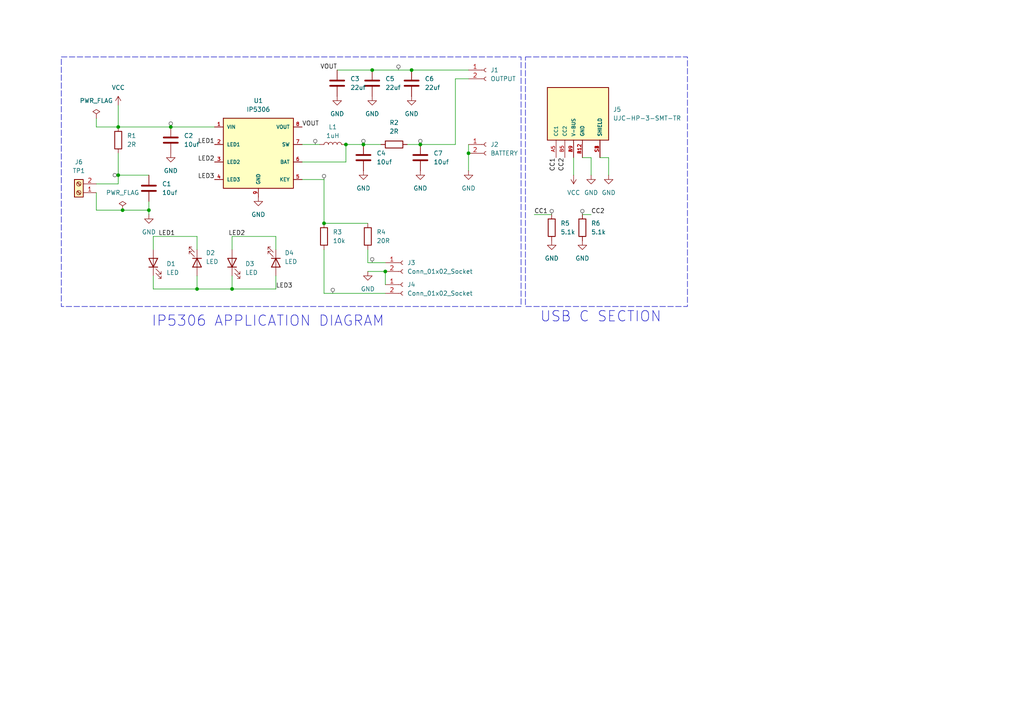
<source format=kicad_sch>
(kicad_sch (version 20231120) (generator "eeschema") (generator_version "8.0")
  (paper "A4")
  (lib_symbols
    (symbol "Connector:Conn_01x02_Socket" (pin_names (offset 1.016) hide)
      (property "Reference" "J" (at 0 2.54 0))
      (property "Value" "Conn_01x02_Socket" (at 0 -5.08 0))
      (symbol "Conn_01x02_Socket_1_1"
        (arc (start 0 -2.032) (mid -0.5058 -2.54) (end 0 -3.048) (stroke (width 0.1524)))
        (polyline (pts (xy -1.27 -2.54) (xy -0.508 -2.54)) (stroke (width 0.1524)))
        (polyline (pts (xy -1.27 0) (xy -0.508 0)) (stroke (width 0.1524)))
        (arc (start 0 0.508) (mid -0.5058 0) (end 0 -0.508) (stroke (width 0.1524)))
        (pin passive line (at -5.08 0 0) (length 3.81) (name "Pin_1") (number "1"))
        (pin passive line (at -5.08 -2.54 0) (length 3.81) (name "Pin_2") (number "2"))
      )
    )
    (symbol "Connector:Screw_Terminal_01x02" (pin_names (offset 1.016) hide)
      (property "Reference" "J" (at 0 2.54 0))
      (property "Value" "Screw_Terminal_01x02" (at 0 -5.08 0))
      (symbol "Screw_Terminal_01x02_1_1"
        (rectangle (start -1.27 1.27) (end 1.27 -3.81) (stroke (width 0.254)) (fill (type background)))
        (circle (center 0 -2.54) (radius 0.635) (stroke (width 0.1524)))
        (polyline (pts (xy -0.5334 -2.2098) (xy 0.3302 -3.048)) (stroke (width 0.1524)))
        (polyline (pts (xy -0.5334 0.3302) (xy 0.3302 -0.508)) (stroke (width 0.1524)))
        (polyline (pts (xy -0.3556 -2.032) (xy 0.508 -2.8702)) (stroke (width 0.1524)))
        (polyline (pts (xy -0.3556 0.508) (xy 0.508 -0.3302)) (stroke (width 0.1524)))
        (circle (center 0 0) (radius 0.635) (stroke (width 0.1524)))
        (pin passive line (at -5.08 0 0) (length 3.81) (name "Pin_1") (number "1"))
        (pin passive line (at -5.08 -2.54 0) (length 3.81) (name "Pin_2") (number "2"))
      )
    )
    (symbol "Device:C" (pin_numbers hide) (pin_names (offset 0.254))
      (property "Reference" "C" (at 0.635 2.54 0))
      (property "Value" "C" (at 0.635 -2.54 0))
      (symbol "C_0_1"
        (polyline (pts (xy -2.032 -0.762) (xy 2.032 -0.762)) (stroke (width 0.508)))
        (polyline (pts (xy -2.032 0.762) (xy 2.032 0.762)) (stroke (width 0.508)))
      )
      (symbol "C_1_1"
        (pin passive line (at 0 3.81 270) (length 2.794) (name "~") (number "1"))
        (pin passive line (at 0 -3.81 90) (length 2.794) (name "~") (number "2"))
      )
    )
    (symbol "Device:L" (pin_numbers hide) (pin_names (offset 1.016) hide)
      (property "Reference" "L" (at -1.27 0 90))
      (property "Value" "L" (at 1.905 0 90))
      (symbol "L_0_1"
        (arc (start 0 -2.54) (mid 0.6323 -1.905) (end 0 -1.27))
        (arc (start 0 -1.27) (mid 0.6323 -0.635) (end 0 0))
        (arc (start 0 0) (mid 0.6323 0.635) (end 0 1.27))
        (arc (start 0 1.27) (mid 0.6323 1.905) (end 0 2.54))
      )
      (symbol "L_1_1"
        (pin passive line (at 0 3.81 270) (length 1.27) (name "1") (number "1"))
        (pin passive line (at 0 -3.81 90) (length 1.27) (name "2") (number "2"))
      )
    )
    (symbol "Device:LED" (pin_numbers hide) (pin_names (offset 1.016) hide)
      (property "Reference" "D" (at 0 2.54 0))
      (property "Value" "LED" (at 0 -2.54 0))
      (symbol "LED_0_1"
        (polyline (pts (xy -1.27 -1.27) (xy -1.27 1.27)) (stroke (width 0.254)))
        (polyline (pts (xy -1.27 0) (xy 1.27 0)))
        (polyline (pts (xy 1.27 -1.27) (xy 1.27 1.27) (xy -1.27 0) (xy 1.27 -1.27)) (stroke (width 0.254)))
        (polyline (pts (xy -3.048 -0.762) (xy -4.572 -2.286) (xy -3.81 -2.286) (xy -4.572 -2.286) (xy -4.572 -1.524)))
        (polyline (pts (xy -1.778 -0.762) (xy -3.302 -2.286) (xy -2.54 -2.286) (xy -3.302 -2.286) (xy -3.302 -1.524)))
      )
      (symbol "LED_1_1"
        (pin passive line (at -3.81 0 0) (length 2.54) (name "K") (number "1"))
        (pin passive line (at 3.81 0 180) (length 2.54) (name "A") (number "2"))
      )
    )
    (symbol "Device:R" (pin_numbers hide) (pin_names (offset 0))
      (property "Reference" "R" (at 2.032 0 90))
      (property "Value" "R" (at 0 0 90))
      (symbol "R_0_1"
        (rectangle (start -1.016 -2.54) (end 1.016 2.54) (stroke (width 0.254)))
      )
      (symbol "R_1_1"
        (pin passive line (at 0 3.81 270) (length 1.27) (name "~") (number "1"))
        (pin passive line (at 0 -3.81 90) (length 1.27) (name "~") (number "2"))
      )
    )
    (symbol "New_Library_0:IP5306" (pin_names (offset 1.016))
      (property "Reference" "U1" (at 0 15.24 0))
      (property "Value" "IP5306" (at 0 12.7 0))
      (symbol "IP5306_0_0"
        (rectangle (start -10.16 -10.16) (end 10.16 10.16) (stroke (width 0.254)) (fill (type background)))
        (pin bidirectional line (at -12.7 7.62 0) (length 2.54) (name "VIN") (number "1"))
        (pin bidirectional line (at -12.7 2.54 0) (length 2.54) (name "LED1") (number "2"))
        (pin bidirectional line (at -12.7 -2.54 0) (length 2.54) (name "LED2") (number "3"))
        (pin bidirectional line (at -12.7 -7.62 0) (length 2.54) (name "LED3") (number "4"))
        (pin bidirectional line (at 12.7 -7.62 180) (length 2.54) (name "KEY") (number "5"))
        (pin bidirectional line (at 12.7 -2.54 180) (length 2.54) (name "BAT") (number "6"))
        (pin bidirectional line (at 12.7 2.54 180) (length 2.54) (name "SW") (number "7"))
        (pin bidirectional line (at 12.7 7.62 180) (length 2.54) (name "VOUT") (number "8"))
      )
      (symbol "IP5306_1_0"
        (pin power_in line (at 0 -12.7 90) (length 2.54) (name "GND") (number "9"))
      )
    )
    (symbol "New_Library_0:UJC-HP-3-SMT-TR" (pin_names (offset 1.016))
      (property "Reference" "J" (at -7.62 8.89 0))
      (property "Value" "UJC-HP-3-SMT-TR" (at -7.62 -11.43 0))
      (symbol "UJC-HP-3-SMT-TR_0_0"
        (rectangle (start -7.62 -10.16) (end 7.62 7.62) (stroke (width 0.254)) (fill (type background)))
        (pin power_in line (at -12.7 -2.54 0) (length 5.08) (name "GND") (number "A12"))
        (pin bidirectional line (at -12.7 5.08 0) (length 5.08) (name "CC1") (number "A5"))
        (pin power_in line (at -12.7 0 0) (length 5.08) (name "V-BUS") (number "A9"))
        (pin power_in line (at -12.7 -2.54 0) (length 5.08) (name "GND") (number "B12"))
        (pin bidirectional line (at -12.7 2.54 0) (length 5.08) (name "CC2") (number "B5"))
        (pin power_in line (at -12.7 0 0) (length 5.08) (name "V-BUS") (number "B9"))
        (pin passive line (at -12.7 -7.62 0) (length 5.08) (name "SHIELD") (number "S1"))
        (pin passive line (at -12.7 -7.62 0) (length 5.08) (name "SHIELD") (number "S2"))
        (pin passive line (at -12.7 -7.62 0) (length 5.08) (name "SHIELD") (number "S3"))
        (pin passive line (at -12.7 -7.62 0) (length 5.08) (name "SHIELD") (number "S4"))
      )
    )
    (symbol "power:GND" (power) (pin_numbers hide) (pin_names (offset 0) hide)
      (property "Value" "GND" (at 0 -3.81 0))
      (symbol "GND_0_1"
        (polyline (pts (xy 0 0) (xy 0 -1.27) (xy 1.27 -1.27) (xy 0 -2.54) (xy -1.27 -1.27) (xy 0 -1.27)))
      )
      (symbol "GND_1_1"
        (pin power_in line (at 0 0 270) (length 0) (name "~") (number "1"))
      )
    )
    (symbol "power:PWR_FLAG" (power) (pin_numbers hide) (pin_names (offset 0) hide)
      (property "Value" "PWR_FLAG" (at 0 3.81 0))
      (symbol "PWR_FLAG_0_0"
        (pin power_out line (at 0 0 90) (length 0) (name "~") (number "1"))
      )
      (symbol "PWR_FLAG_0_1"
        (polyline (pts (xy 0 0) (xy 0 1.27) (xy -1.016 1.905) (xy 0 2.54) (xy 1.016 1.905) (xy 0 1.27)))
      )
    )
    (symbol "power:VCC" (power) (pin_numbers hide) (pin_names (offset 0) hide)
      (property "Value" "VCC" (at 0 3.556 0))
      (symbol "VCC_0_1"
        (polyline (pts (xy -0.762 1.27) (xy 0 2.54)))
        (polyline (pts (xy 0 0) (xy 0 2.54)))
        (polyline (pts (xy 0 2.54) (xy 0.762 1.27)))
      )
      (symbol "VCC_1_1"
        (pin power_in line (at 0 0 90) (length 0) (name "~") (number "1"))
      )
    )
  )
  (junction (at 35.56 60.96))
  (junction (at 107.95 20.32))
  (junction (at 34.29 50.8))
  (junction (at 135.89 44.45))
  (junction (at 34.29 36.83))
  (junction (at 43.18 60.96))
  (junction (at 111.76 78.74))
  (junction (at 105.41 41.91))
  (junction (at 67.31 83.82))
  (junction (at 121.92 41.91))
  (junction (at 49.53 36.83))
  (junction (at 57.15 83.82))
  (junction (at 100.33 41.91))
  (junction (at 93.98 64.77))
  (junction (at 119.38 20.32))
  (wire (pts (xy 57.15 83.82) (xy 44.45 83.82)))
  (wire (pts (xy 106.68 78.74) (xy 111.76 78.74)))
  (wire (pts (xy 119.38 20.32) (xy 135.89 20.32)))
  (wire (pts (xy 135.89 41.91) (xy 135.89 44.45)))
  (wire (pts (xy 93.98 85.09) (xy 93.98 72.39)))
  (wire (pts (xy 34.29 36.83) (xy 49.53 36.83)))
  (wire (pts (xy 132.08 41.91) (xy 132.08 22.86)))
  (wire (pts (xy 49.53 36.83) (xy 62.23 36.83)))
  (wire (pts (xy 80.01 83.82) (xy 67.31 83.82)))
  (wire (pts (xy 107.95 20.32) (xy 119.38 20.32)))
  (wire (pts (xy 43.18 58.42) (xy 43.18 60.96)))
  (wire (pts (xy 67.31 72.39) (xy 67.31 68.58)))
  (wire (pts (xy 57.15 83.82) (xy 67.31 83.82)))
  (wire (pts (xy 118.11 41.91) (xy 121.92 41.91)))
  (wire (pts (xy 93.98 64.77) (xy 106.68 64.77)))
  (wire (pts (xy 27.94 55.88) (xy 27.94 60.96)))
  (wire (pts (xy 27.94 60.96) (xy 35.56 60.96)))
  (wire (pts (xy 176.53 45.72) (xy 173.99 45.72)))
  (wire (pts (xy 43.18 60.96) (xy 43.18 62.23)))
  (wire (pts (xy 111.76 85.09) (xy 93.98 85.09)))
  (wire (pts (xy 67.31 68.58) (xy 80.01 68.58)))
  (wire (pts (xy 44.45 80.01) (xy 44.45 83.82)))
  (wire (pts (xy 57.15 80.01) (xy 57.15 83.82)))
  (wire (pts (xy 97.79 20.32) (xy 107.95 20.32)))
  (wire (pts (xy 80.01 80.01) (xy 80.01 83.82)))
  (wire (pts (xy 27.94 36.83) (xy 34.29 36.83)))
  (wire (pts (xy 171.45 45.72) (xy 168.91 45.72)))
  (wire (pts (xy 87.63 52.07) (xy 93.98 52.07)))
  (wire (pts (xy 166.37 50.8) (xy 166.37 45.72)))
  (wire (pts (xy 100.33 46.99) (xy 100.33 41.91)))
  (wire (pts (xy 171.45 62.23) (xy 168.91 62.23)))
  (wire (pts (xy 87.63 46.99) (xy 100.33 46.99)))
  (wire (pts (xy 176.53 50.8) (xy 176.53 45.72)))
  (wire (pts (xy 87.63 41.91) (xy 92.71 41.91)))
  (wire (pts (xy 34.29 53.34) (xy 34.29 50.8)))
  (wire (pts (xy 106.68 72.39) (xy 106.68 76.2)))
  (wire (pts (xy 44.45 68.58) (xy 57.15 68.58)))
  (wire (pts (xy 27.94 34.29) (xy 27.94 36.83)))
  (wire (pts (xy 106.68 76.2) (xy 111.76 76.2)))
  (wire (pts (xy 27.94 53.34) (xy 34.29 53.34)))
  (wire (pts (xy 121.92 41.91) (xy 132.08 41.91)))
  (wire (pts (xy 67.31 80.01) (xy 67.31 83.82)))
  (wire (pts (xy 154.94 62.23) (xy 160.02 62.23)))
  (wire (pts (xy 44.45 72.39) (xy 44.45 68.58)))
  (wire (pts (xy 135.89 49.53) (xy 135.89 44.45)))
  (wire (pts (xy 93.98 52.07) (xy 93.98 64.77)))
  (wire (pts (xy 111.76 78.74) (xy 111.76 82.55)))
  (wire (pts (xy 35.56 60.96) (xy 43.18 60.96)))
  (wire (pts (xy 100.33 41.91) (xy 105.41 41.91)))
  (wire (pts (xy 34.29 30.48) (xy 34.29 36.83)))
  (wire (pts (xy 132.08 22.86) (xy 135.89 22.86)))
  (wire (pts (xy 57.15 68.58) (xy 57.15 72.39)))
  (wire (pts (xy 80.01 68.58) (xy 80.01 72.39)))
  (wire (pts (xy 171.45 50.8) (xy 171.45 45.72)))
  (wire (pts (xy 43.18 50.8) (xy 34.29 50.8)))
  (wire (pts (xy 34.29 50.8) (xy 34.29 44.45)))
  (wire (pts (xy 105.41 41.91) (xy 110.49 41.91)))
  (rectangle (start 152.4 16.51) (end 199.39 88.9) (stroke (width 0) (type dash)))
  (rectangle (start 17.78 16.51) (end 151.13 88.9) (stroke (width 0) (type dash)))
  (text "USB C SECTION\n" (at 174.244 91.948 0) (effects (font (size 3 3))))
  (text "IP5306 APPLICATION DIAGRAM\n" (at 77.724 93.218 0) (effects (font (size 3 3))))
  (label "CC1" (at 154.94 62.23 0))
  (label "LED2" (at 71.12 68.58 180))
  (label "CC2" (at 163.83 45.72 270))
  (label "LED3" (at 80.01 83.82 0))
  (label "CC1" (at 161.29 45.72 270))
  (label "LED1" (at 50.8 68.58 180))
  (label "LED2" (at 62.23 46.99 180))
  (label "LED1" (at 62.23 41.91 180))
  (label "LED3" (at 62.23 52.07 180))
  (label "VOUT" (at 97.79 20.32 180))
  (label "CC2" (at 171.45 62.23 0))
  (label "VOUT" (at 87.63 36.83 0))
  (netclass_flag "" (length 1) (shape round) (at 168.91 62.23 0) (property "Netclass" "signal" (effects (hide yes))))
  (netclass_flag "" (length 1) (shape round) (at 91.44 41.91 0) (property "Netclass" "signal" (effects (hide yes))))
  (netclass_flag "" (length 1) (shape round) (at 93.98 52.07 0) (property "Netclass" "signal" (effects (hide yes))))
  (netclass_flag "" (length 1) (shape round) (at 105.41 41.91 0) (property "Netclass" "signal" (effects (hide yes))))
  (netclass_flag "" (length 1) (shape round) (at 49.53 36.83 0) (property "Netclass" "signal" (effects (hide yes))))
  (netclass_flag "" (length 1) (shape round) (at 34.29 50.8 90) (property "Netclass" "signal" (effects (hide yes))))
  (netclass_flag "" (length 1) (shape round) (at 107.95 76.2 0) (property "Netclass" "signal" (effects (hide yes))))
  (netclass_flag "" (length 1) (shape round) (at 96.52 85.09 0) (property "Netclass" "signal" (effects (hide yes))))
  (netclass_flag "" (length 1) (shape round) (at 160.02 62.23 0) (property "Netclass" "signal" (effects (hide yes))))
  (netclass_flag "" (length 1) (shape round) (at 121.92 41.91 0) (property "Netclass" "signal" (effects (hide yes))))
  (netclass_flag "" (length 1) (shape round) (at 115.57 20.32 0) (property "Netclass" "signal" (effects (hide yes))))
  (symbol (lib_id "power:GND") (at 49.53 44.45 0) (unit 1)
    (property "Reference" "#PWR02" (effects (hide yes)))
    (property "Value" "GND" (at 49.53 49.53 0))
    (property "Description" "Power symbol creates a global label with name \"GND\" , ground" (effects (hide yes)))
  )
  (symbol (lib_id "power:GND") (at 135.89 49.53 0) (unit 1)
    (property "Reference" "#PWR05" (effects (hide yes)))
    (property "Value" "GND" (at 135.89 54.61 0))
    (property "Description" "Power symbol creates a global label with name \"GND\" , ground" (effects (hide yes)))
  )
  (symbol (lib_id "power:GND") (at 176.53 50.8 0) (unit 1)
    (property "Reference" "#PWR012" (effects (hide yes)))
    (property "Value" "GND" (at 176.53 55.88 0))
    (property "Description" "Power symbol creates a global label with name \"GND\" , ground" (effects (hide yes)))
  )
  (symbol (lib_id "Device:C") (at 105.41 45.72 0) (unit 1)
    (property "Reference" "C4" (at 109.22 44.4499 0) (effects (justify left)))
    (property "Value" "10uf" (at 109.22 46.9899 0) (effects (justify left)))
    (property "Footprint" "Capacitor_THT:C_Disc_D3.0mm_W2.0mm_P2.50mm" (effects (hide yes)))
    (property "Description" "Unpolarized capacitor" (effects (hide yes)))
  )
  (symbol (lib_id "Device:C") (at 107.95 24.13 0) (unit 1)
    (property "Reference" "C5" (at 111.76 22.8599 0) (effects (justify left)))
    (property "Value" "22uf" (at 111.76 25.3999 0) (effects (justify left)))
    (property "Footprint" "Capacitor_THT:C_Disc_D4.3mm_W1.9mm_P5.00mm" (effects (hide yes)))
    (property "Description" "Unpolarized capacitor" (effects (hide yes)))
  )
  (symbol (lib_id "power:GND") (at 97.79 27.94 0) (unit 1)
    (property "Reference" "#PWR08" (effects (hide yes)))
    (property "Value" "GND" (at 97.79 33.02 0))
    (property "Description" "Power symbol creates a global label with name \"GND\" , ground" (effects (hide yes)))
  )
  (symbol (lib_id "power:VCC") (at 166.37 50.8 180) (unit 1)
    (property "Reference" "#PWR013" (effects (hide yes)))
    (property "Value" "VCC" (at 166.37 55.88 0))
    (property "Description" "Power symbol creates a global label with name \"VCC\"" (effects (hide yes)))
  )
  (symbol (lib_id "Device:R") (at 93.98 68.58 180) (unit 1)
    (property "Reference" "R3" (at 96.52 67.3099 0) (effects (justify right)))
    (property "Value" "10k" (at 96.52 69.8499 0) (effects (justify right)))
    (property "Footprint" "Resistor_THT:R_Axial_DIN0204_L3.6mm_D1.6mm_P5.08mm_Horizontal" (effects (hide yes)))
    (property "Description" "Resistor" (effects (hide yes)))
  )
  (symbol (lib_id "Device:C") (at 121.92 45.72 0) (unit 1)
    (property "Reference" "C7" (at 125.73 44.4499 0) (effects (justify left)))
    (property "Value" "10uf" (at 125.73 46.9899 0) (effects (justify left)))
    (property "Footprint" "Capacitor_THT:C_Disc_D3.0mm_W2.0mm_P2.50mm" (effects (hide yes)))
    (property "Description" "Unpolarized capacitor" (effects (hide yes)))
  )
  (symbol (lib_id "Device:R") (at 114.3 41.91 90) (unit 1)
    (property "Reference" "R2" (at 114.3 35.56 90))
    (property "Value" "2R" (at 114.3 38.1 90))
    (property "Footprint" "Resistor_THT:R_Axial_DIN0204_L3.6mm_D1.6mm_P5.08mm_Horizontal" (effects (hide yes)))
    (property "Description" "Resistor" (effects (hide yes)))
  )
  (symbol (lib_id "Device:LED") (at 67.31 76.2 90) (unit 1)
    (property "Reference" "D3" (at 71.12 76.5174 90) (effects (justify right)))
    (property "Value" "LED" (at 71.12 79.0574 90) (effects (justify right)))
    (property "Footprint" "LED_THT:LED_D3.0mm" (effects (hide yes)))
    (property "Description" "Light emitting diode" (effects (hide yes)))
  )
  (symbol (lib_id "power:GND") (at 171.45 50.8 0) (unit 1)
    (property "Reference" "#PWR011" (effects (hide yes)))
    (property "Value" "GND" (at 171.45 55.88 0))
    (property "Description" "Power symbol creates a global label with name \"GND\" , ground" (effects (hide yes)))
  )
  (symbol (lib_id "power:GND") (at 168.91 69.85 0) (unit 1)
    (property "Reference" "#PWR015" (effects (hide yes)))
    (property "Value" "GND" (at 168.91 74.93 0))
    (property "Description" "Power symbol creates a global label with name \"GND\" , ground" (effects (hide yes)))
  )
  (symbol (lib_id "Device:R") (at 106.68 68.58 180) (unit 1)
    (property "Reference" "R4" (at 109.22 67.3099 0) (effects (justify right)))
    (property "Value" "20R" (at 109.22 69.8499 0) (effects (justify right)))
    (property "Footprint" "Resistor_THT:R_Axial_DIN0204_L3.6mm_D1.6mm_P5.08mm_Horizontal" (effects (hide yes)))
    (property "Description" "Resistor" (effects (hide yes)))
  )
  (symbol (lib_id "Connector:Screw_Terminal_01x02") (at 22.86 55.88 180) (unit 1)
    (property "Reference" "J6" (at 22.86 46.99 0))
    (property "Value" "TP1" (at 22.86 49.53 0))
    (property "Footprint" "TestPoint:TestPoint_2Pads_Pitch2.54mm_Drill0.8mm" (effects (hide yes)))
    (property "Description" "Generic screw terminal, single row, 01x02, script generated (kicad-library-utils/schlib/autogen/connector/)" (effects (hide yes)))
  )
  (symbol (lib_id "power:PWR_FLAG") (at 35.56 60.96 0) (mirror y) (unit 1)
    (property "Reference" "#FLG01" (effects (hide yes)))
    (property "Value" "PWR_FLAG" (at 35.56 55.88 0))
    (property "Description" "Special symbol for telling ERC where power comes from" (effects (hide yes)))
  )
  (symbol (lib_id "Device:C") (at 49.53 40.64 0) (unit 1)
    (property "Reference" "C2" (at 53.34 39.3699 0) (effects (justify left)))
    (property "Value" "10uf" (at 53.34 41.9099 0) (effects (justify left)))
    (property "Footprint" "Capacitor_THT:C_Disc_D3.0mm_W2.0mm_P2.50mm" (effects (hide yes)))
    (property "Description" "Unpolarized capacitor" (effects (hide yes)))
  )
  (symbol (lib_id "Device:R") (at 34.29 40.64 0) (unit 1)
    (property "Reference" "R1" (at 36.83 39.3699 0) (effects (justify left)))
    (property "Value" "2R" (at 36.83 41.9099 0) (effects (justify left)))
    (property "Footprint" "Resistor_THT:R_Axial_DIN0204_L3.6mm_D1.6mm_P5.08mm_Horizontal" (effects (hide yes)))
    (property "Description" "Resistor" (effects (hide yes)))
  )
  (symbol (lib_id "Device:LED") (at 80.01 76.2 270) (unit 1)
    (property "Reference" "D4" (at 82.55 73.3424 90) (effects (justify left)))
    (property "Value" "LED" (at 82.55 75.8824 90) (effects (justify left)))
    (property "Footprint" "LED_THT:LED_D3.0mm" (effects (hide yes)))
    (property "Description" "Light emitting diode" (effects (hide yes)))
  )
  (symbol (lib_id "Connector:Conn_01x02_Socket") (at 140.97 20.32 0) (unit 1)
    (property "Reference" "J1" (at 142.24 20.3199 0) (effects (justify left)))
    (property "Value" "OUTPUT" (at 142.24 22.8599 0) (effects (justify left)))
    (property "Footprint" "Connector_PinHeader_2.54mm:PinHeader_1x02_P2.54mm_Vertical" (effects (hide yes)))
    (property "Description" "Generic connector, single row, 01x02, script generated" (effects (hide yes)))
  )
  (symbol (lib_id "Device:R") (at 168.91 66.04 180) (unit 1)
    (property "Reference" "R6" (at 171.45 64.7699 0) (effects (justify right)))
    (property "Value" "5.1k" (at 171.45 67.3099 0) (effects (justify right)))
    (property "Footprint" "Resistor_THT:R_Axial_DIN0204_L3.6mm_D1.6mm_P5.08mm_Horizontal" (effects (hide yes)))
    (property "Description" "Resistor" (effects (hide yes)))
  )
  (symbol (lib_id "Device:R") (at 160.02 66.04 180) (unit 1)
    (property "Reference" "R5" (at 162.56 64.7699 0) (effects (justify right)))
    (property "Value" "5.1k" (at 162.56 67.3099 0) (effects (justify right)))
    (property "Footprint" "Resistor_THT:R_Axial_DIN0204_L3.6mm_D1.6mm_P5.08mm_Horizontal" (effects (hide yes)))
    (property "Description" "Resistor" (effects (hide yes)))
  )
  (symbol (lib_id "New_Library_0:IP5306") (at 74.93 44.45 0) (unit 1)
    (property "Reference" "U1" (at 74.93 29.21 0))
    (property "Value" "IP5306" (at 74.93 31.75 0))
    (property "Footprint" "Library:SOIC127P600X165-9N" (effects (hide yes)))
    (property "MF" "Injoinic" (effects (hide yes)))
    (property "Description_1" "\nFully-Integrated Power Bank System-On-Chip with 2.1A charger, 2.4A discharger\n" (effects (hide yes)))
    (property "Package" "None" (effects (hide yes)))
    (property "Price" "None" (effects (hide yes)))
    (property "SnapEDA_Link" "https://www.snapeda.com/parts/IP5306/Injoinic/view-part/?ref=snap" (effects (hide yes)))
    (property "MP" "IP5306" (effects (hide yes)))
    (property "Availability" "In Stock" (effects (hide yes)))
    (property "Check_prices" "https://www.snapeda.com/parts/IP5306/Injoinic/view-part/?ref=eda" (effects (hide yes)))
  )
  (symbol (lib_id "power:VCC") (at 34.29 30.48 0) (unit 1)
    (property "Reference" "#PWR016" (effects (hide yes)))
    (property "Value" "VCC" (at 34.29 25.4 0))
    (property "Description" "Power symbol creates a global label with name \"VCC\"" (effects (hide yes)))
  )
  (symbol (lib_id "Device:C") (at 119.38 24.13 0) (unit 1)
    (property "Reference" "C6" (at 123.19 22.8599 0) (effects (justify left)))
    (property "Value" "22uf" (at 123.19 25.3999 0) (effects (justify left)))
    (property "Footprint" "Capacitor_THT:C_Disc_D4.3mm_W1.9mm_P5.00mm" (effects (hide yes)))
    (property "Description" "Unpolarized capacitor" (effects (hide yes)))
  )
  (symbol (lib_id "power:GND") (at 106.68 78.74 0) (unit 1)
    (property "Reference" "#PWR010" (effects (hide yes)))
    (property "Value" "GND" (at 106.68 83.82 0))
    (property "Description" "Power symbol creates a global label with name \"GND\" , ground" (effects (hide yes)))
  )
  (symbol (lib_id "power:GND") (at 74.93 57.15 0) (unit 1)
    (property "Reference" "#PWR06" (effects (hide yes)))
    (property "Value" "GND" (at 74.93 62.23 0))
    (property "Description" "Power symbol creates a global label with name \"GND\" , ground" (effects (hide yes)))
  )
  (symbol (lib_id "Device:L") (at 96.52 41.91 90) (unit 1)
    (property "Reference" "L1" (at 96.52 36.83 90))
    (property "Value" "1uH" (at 96.52 39.37 90))
    (property "Footprint" "Library:IND_SRP6540-1R0M" (effects (hide yes)))
    (property "Description" "Inductor" (effects (hide yes)))
  )
  (symbol (lib_id "power:GND") (at 43.18 62.23 0) (unit 1)
    (property "Reference" "#PWR01" (effects (hide yes)))
    (property "Value" "GND" (at 43.18 67.31 0))
    (property "Description" "Power symbol creates a global label with name \"GND\" , ground" (effects (hide yes)))
  )
  (symbol (lib_id "Device:C") (at 97.79 24.13 0) (unit 1)
    (property "Reference" "C3" (at 101.6 22.8599 0) (effects (justify left)))
    (property "Value" "22uf" (at 101.6 25.3999 0) (effects (justify left)))
    (property "Footprint" "Capacitor_THT:C_Disc_D4.3mm_W1.9mm_P5.00mm" (effects (hide yes)))
    (property "Description" "Unpolarized capacitor" (effects (hide yes)))
  )
  (symbol (lib_id "Connector:Conn_01x02_Socket") (at 116.84 82.55 0) (unit 1)
    (property "Reference" "J4" (at 118.11 82.5499 0) (effects (justify left)))
    (property "Value" "Conn_01x02_Socket" (at 118.11 85.0899 0) (effects (justify left)))
    (property "Footprint" "Connector_PinHeader_2.54mm:PinHeader_1x02_P2.54mm_Vertical" (effects (hide yes)))
    (property "Description" "Generic connector, single row, 01x02, script generated" (effects (hide yes)))
  )
  (symbol (lib_id "Device:LED") (at 44.45 76.2 90) (unit 1)
    (property "Reference" "D1" (at 48.26 76.5174 90) (effects (justify right)))
    (property "Value" "LED" (at 48.26 79.0574 90) (effects (justify right)))
    (property "Footprint" "LED_THT:LED_D3.0mm" (effects (hide yes)))
    (property "Description" "Light emitting diode" (effects (hide yes)))
  )
  (symbol (lib_id "New_Library_0:UJC-HP-3-SMT-TR") (at 166.37 33.02 90) (unit 1)
    (property "Reference" "J5" (at 177.8 31.7499 90) (effects (justify right)))
    (property "Value" "UJC-HP-3-SMT-TR" (at 177.8 34.2899 90) (effects (justify right)))
    (property "Footprint" "Library:CUI_UJC-HP-3-SMT-TR" (effects (hide yes)))
    (property "MF" "CUI Devices" (effects (hide yes)))
    (property "MAXIMUM_PACKAGE_HEIGHT" "3.16mm" (effects (hide yes)))
    (property "Package" "Package" (effects (hide yes)))
    (property "Price" "None" (effects (hide yes)))
    (property "Check_prices" "https://www.snapeda.com/parts/UJC-HP-3-SMT-TR/CUI+Devices/view-part/?ref=eda" (effects (hide yes)))
    (property "STANDARD" "Manufacturer recommendations" (effects (hide yes)))
    (property "PARTREV" "04/30/2020" (effects (hide yes)))
    (property "SnapEDA_Link" "https://www.snapeda.com/parts/UJC-HP-3-SMT-TR/CUI+Devices/view-part/?ref=snap" (effects (hide yes)))
    (property "MP" "UJC-HP-3-SMT-TR" (effects (hide yes)))
    (property "Purchase-URL" "https://www.snapeda.com/api/url_track_click_mouser/?unipart_id=4722774&manufacturer=CUI Devices&part_name=UJC-HP-3-SMT-TR&search_term=usb c" (effects (hide yes)))
    (property "Description_1" "Type C, 20 Vdc, 3 A, Right Angle, Surface Mount, Black Insulator, Power-Only USB Receptacle" (effects (hide yes)))
    (property "CUI_purchase_URL" "https://www.cuidevices.com/product/interconnect/connectors/usb-connectors/ujc-hp-3-smt-tr?utm_source=snapeda.com&utm_medium=referral&utm_campaign=snapedaBOM" (effects (hide yes)))
    (property "Availability" "In Stock" (effects (hide yes)))
    (property "MANUFACTURER" "CUI Devices" (effects (hide yes)))
  )
  (symbol (lib_id "power:GND") (at 119.38 27.94 0) (unit 1)
    (property "Reference" "#PWR09" (effects (hide yes)))
    (property "Value" "GND" (at 119.38 33.02 0))
    (property "Description" "Power symbol creates a global label with name \"GND\" , ground" (effects (hide yes)))
  )
  (symbol (lib_id "Connector:Conn_01x02_Socket") (at 140.97 41.91 0) (unit 1)
    (property "Reference" "J2" (at 142.24 41.9099 0) (effects (justify left)))
    (property "Value" "BATTERY" (at 142.24 44.4499 0) (effects (justify left)))
    (property "Footprint" "Connector_PinHeader_2.54mm:PinHeader_1x02_P2.54mm_Vertical" (effects (hide yes)))
    (property "Description" "Generic connector, single row, 01x02, script generated" (effects (hide yes)))
  )
  (symbol (lib_id "power:GND") (at 107.95 27.94 0) (unit 1)
    (property "Reference" "#PWR07" (effects (hide yes)))
    (property "Value" "GND" (at 107.95 33.02 0))
    (property "Description" "Power symbol creates a global label with name \"GND\" , ground" (effects (hide yes)))
  )
  (symbol (lib_id "Device:LED") (at 57.15 76.2 270) (unit 1)
    (property "Reference" "D2" (at 59.69 73.3424 90) (effects (justify left)))
    (property "Value" "LED" (at 59.69 75.8824 90) (effects (justify left)))
    (property "Footprint" "LED_THT:LED_D3.0mm" (effects (hide yes)))
    (property "Description" "Light emitting diode" (effects (hide yes)))
  )
  (symbol (lib_id "Connector:Conn_01x02_Socket") (at 116.84 76.2 0) (unit 1)
    (property "Reference" "J3" (at 118.11 76.1999 0) (effects (justify left)))
    (property "Value" "Conn_01x02_Socket" (at 118.11 78.7399 0) (effects (justify left)))
    (property "Footprint" "Connector_PinHeader_2.54mm:PinHeader_1x02_P2.54mm_Vertical" (effects (hide yes)))
    (property "Description" "Generic connector, single row, 01x02, script generated" (effects (hide yes)))
  )
  (symbol (lib_id "Device:C") (at 43.18 54.61 0) (unit 1)
    (property "Reference" "C1" (at 46.99 53.3399 0) (effects (justify left)))
    (property "Value" "10uf" (at 46.99 55.8799 0) (effects (justify left)))
    (property "Footprint" "Capacitor_THT:C_Disc_D3.0mm_W2.0mm_P2.50mm" (effects (hide yes)))
    (property "Description" "Unpolarized capacitor" (effects (hide yes)))
  )
  (symbol (lib_id "power:GND") (at 160.02 69.85 0) (unit 1)
    (property "Reference" "#PWR014" (effects (hide yes)))
    (property "Value" "GND" (at 160.02 74.93 0))
    (property "Description" "Power symbol creates a global label with name \"GND\" , ground" (effects (hide yes)))
  )
  (symbol (lib_id "power:GND") (at 105.41 49.53 0) (unit 1)
    (property "Reference" "#PWR03" (effects (hide yes)))
    (property "Value" "GND" (at 105.41 54.61 0))
    (property "Description" "Power symbol creates a global label with name \"GND\" , ground" (effects (hide yes)))
  )
  (symbol (lib_id "power:GND") (at 121.92 49.53 0) (unit 1)
    (property "Reference" "#PWR04" (effects (hide yes)))
    (property "Value" "GND" (at 121.92 54.61 0))
    (property "Description" "Power symbol creates a global label with name \"GND\" , ground" (effects (hide yes)))
  )
  (symbol (lib_id "power:PWR_FLAG") (at 27.94 34.29 0) (mirror y) (unit 1)
    (property "Reference" "#FLG02" (effects (hide yes)))
    (property "Value" "PWR_FLAG" (at 27.94 29.21 0))
    (property "Description" "Special symbol for telling ERC where power comes from" (effects (hide yes)))
  )
)
</source>
